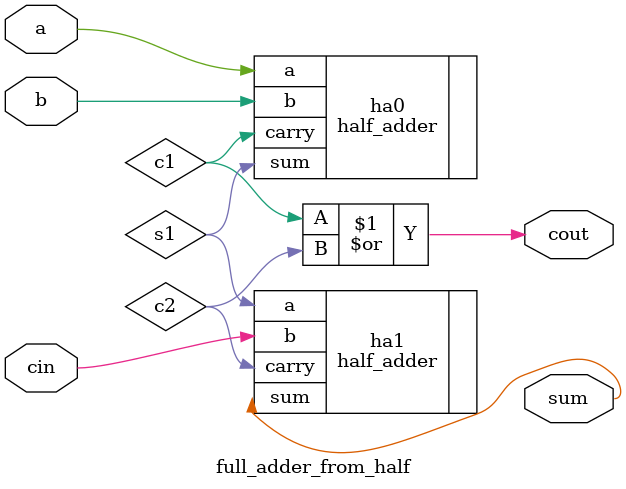
<source format=v>
module full_adder_from_half (
    input  wire a,
    input  wire b,
    input  wire cin,
    output wire sum,
    output wire cout
);
    wire s1;
    wire c1;
    wire c2;

    half_adder ha0 (
        .a   (a),
        .b   (b),
        .sum (s1),
        .carry(c1)
    );

    half_adder ha1 (
        .a   (s1),
        .b   (cin),
        .sum (sum),
        .carry(c2)
    );

    assign cout = c1 | c2;
endmodule

</source>
